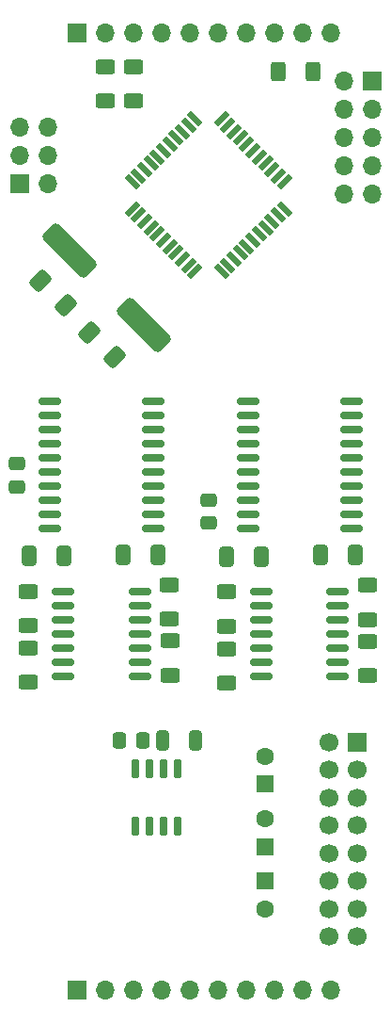
<source format=gbr>
%TF.GenerationSoftware,KiCad,Pcbnew,(6.0.6)*%
%TF.CreationDate,2022-11-26T15:19:53+01:00*%
%TF.ProjectId,vcer-midi-to-cv,76636572-2d6d-4696-9469-2d746f2d6376,rev?*%
%TF.SameCoordinates,Original*%
%TF.FileFunction,Soldermask,Top*%
%TF.FilePolarity,Negative*%
%FSLAX46Y46*%
G04 Gerber Fmt 4.6, Leading zero omitted, Abs format (unit mm)*
G04 Created by KiCad (PCBNEW (6.0.6)) date 2022-11-26 15:19:53*
%MOMM*%
%LPD*%
G01*
G04 APERTURE LIST*
G04 Aperture macros list*
%AMRoundRect*
0 Rectangle with rounded corners*
0 $1 Rounding radius*
0 $2 $3 $4 $5 $6 $7 $8 $9 X,Y pos of 4 corners*
0 Add a 4 corners polygon primitive as box body*
4,1,4,$2,$3,$4,$5,$6,$7,$8,$9,$2,$3,0*
0 Add four circle primitives for the rounded corners*
1,1,$1+$1,$2,$3*
1,1,$1+$1,$4,$5*
1,1,$1+$1,$6,$7*
1,1,$1+$1,$8,$9*
0 Add four rect primitives between the rounded corners*
20,1,$1+$1,$2,$3,$4,$5,0*
20,1,$1+$1,$4,$5,$6,$7,0*
20,1,$1+$1,$6,$7,$8,$9,0*
20,1,$1+$1,$8,$9,$2,$3,0*%
%AMRotRect*
0 Rectangle, with rotation*
0 The origin of the aperture is its center*
0 $1 length*
0 $2 width*
0 $3 Rotation angle, in degrees counterclockwise*
0 Add horizontal line*
21,1,$1,$2,0,0,$3*%
G04 Aperture macros list end*
%ADD10R,1.700000X1.700000*%
%ADD11C,1.700000*%
%ADD12O,1.700000X1.700000*%
%ADD13RoundRect,0.250000X0.475000X-0.337500X0.475000X0.337500X-0.475000X0.337500X-0.475000X-0.337500X0*%
%ADD14RoundRect,0.250000X0.412500X0.650000X-0.412500X0.650000X-0.412500X-0.650000X0.412500X-0.650000X0*%
%ADD15RoundRect,0.150000X0.875000X0.150000X-0.875000X0.150000X-0.875000X-0.150000X0.875000X-0.150000X0*%
%ADD16RoundRect,0.250000X-0.625000X0.400000X-0.625000X-0.400000X0.625000X-0.400000X0.625000X0.400000X0*%
%ADD17RoundRect,0.250000X0.625000X-0.400000X0.625000X0.400000X-0.625000X0.400000X-0.625000X-0.400000X0*%
%ADD18RoundRect,0.150000X0.837500X0.150000X-0.837500X0.150000X-0.837500X-0.150000X0.837500X-0.150000X0*%
%ADD19R,1.600000X1.600000*%
%ADD20C,1.600000*%
%ADD21RoundRect,0.250000X0.337500X0.475000X-0.337500X0.475000X-0.337500X-0.475000X0.337500X-0.475000X0*%
%ADD22RoundRect,0.250000X0.751301X0.167938X0.167938X0.751301X-0.751301X-0.167938X-0.167938X-0.751301X0*%
%ADD23RoundRect,0.250000X-0.751301X-0.167938X-0.167938X-0.751301X0.751301X0.167938X0.167938X0.751301X0*%
%ADD24RoundRect,0.250000X-0.475000X0.337500X-0.475000X-0.337500X0.475000X-0.337500X0.475000X0.337500X0*%
%ADD25RoundRect,0.500000X1.944544X-1.237437X-1.237437X1.944544X-1.944544X1.237437X1.237437X-1.944544X0*%
%ADD26RoundRect,0.250000X-0.400000X-0.625000X0.400000X-0.625000X0.400000X0.625000X-0.400000X0.625000X0*%
%ADD27RotRect,1.500000X0.550000X315.000000*%
%ADD28RotRect,1.500000X0.550000X45.000000*%
%ADD29RoundRect,0.150000X0.150000X-0.725000X0.150000X0.725000X-0.150000X0.725000X-0.150000X-0.725000X0*%
%ADD30RoundRect,0.250000X-0.325000X-0.650000X0.325000X-0.650000X0.325000X0.650000X-0.325000X0.650000X0*%
G04 APERTURE END LIST*
D10*
%TO.C,U1*%
X134220000Y-70700000D03*
D11*
X131720000Y-70700000D03*
X134220000Y-73200000D03*
X131720000Y-73200000D03*
X134220000Y-75700000D03*
X131720000Y-75700000D03*
X134220000Y-78200000D03*
X131720000Y-78200000D03*
X134220000Y-80700000D03*
X131720000Y-80700000D03*
X134220000Y-83200000D03*
X131720000Y-83200000D03*
X134220000Y-85700000D03*
X131720000Y-85700000D03*
X134220000Y-88200000D03*
X131720000Y-88200000D03*
%TD*%
D10*
%TO.C,J6*%
X135625000Y-11300000D03*
D12*
X133085000Y-11300000D03*
X135625000Y-13840000D03*
X133085000Y-13840000D03*
X135625000Y-16380000D03*
X133085000Y-16380000D03*
X135625000Y-18920000D03*
X133085000Y-18920000D03*
X135625000Y-21460000D03*
X133085000Y-21460000D03*
%TD*%
D10*
%TO.C,J5*%
X103850000Y-20525000D03*
D12*
X106390000Y-20525000D03*
X103850000Y-17985000D03*
X106390000Y-17985000D03*
X103850000Y-15445000D03*
X106390000Y-15445000D03*
%TD*%
D13*
%TO.C,C5*%
X103630000Y-47767500D03*
X103630000Y-45692500D03*
%TD*%
D14*
%TO.C,C15*%
X125625000Y-54010000D03*
X122500000Y-54010000D03*
%TD*%
D15*
%TO.C,U5*%
X133712500Y-51550000D03*
X133712500Y-50280000D03*
X133712500Y-49010000D03*
X133712500Y-47740000D03*
X133712500Y-46470000D03*
X133712500Y-45200000D03*
X133712500Y-43930000D03*
X133712500Y-42660000D03*
X133712500Y-41390000D03*
X133712500Y-40120000D03*
X124412500Y-40120000D03*
X124412500Y-41390000D03*
X124412500Y-42660000D03*
X124412500Y-43930000D03*
X124412500Y-45200000D03*
X124412500Y-46470000D03*
X124412500Y-47740000D03*
X124412500Y-49010000D03*
X124412500Y-50280000D03*
X124412500Y-51550000D03*
%TD*%
D14*
%TO.C,C20*%
X116272500Y-53867500D03*
X113147500Y-53867500D03*
%TD*%
D16*
%TO.C,R20*%
X104622500Y-62250000D03*
X104622500Y-65350000D03*
%TD*%
D17*
%TO.C,R17*%
X117360000Y-64692500D03*
X117360000Y-61592500D03*
%TD*%
%TO.C,R9*%
X135187500Y-64735000D03*
X135187500Y-61635000D03*
%TD*%
D18*
%TO.C,U10*%
X114665000Y-64760000D03*
X114665000Y-63490000D03*
X114665000Y-62220000D03*
X114665000Y-60950000D03*
X114665000Y-59680000D03*
X114665000Y-58410000D03*
X114665000Y-57140000D03*
X107740000Y-57140000D03*
X107740000Y-58410000D03*
X107740000Y-59680000D03*
X107740000Y-60950000D03*
X107740000Y-62220000D03*
X107740000Y-63490000D03*
X107740000Y-64760000D03*
%TD*%
D17*
%TO.C,R11*%
X135162500Y-59690000D03*
X135162500Y-56590000D03*
%TD*%
D19*
%TO.C,C11*%
X125940000Y-80085113D03*
D20*
X125940000Y-77585113D03*
%TD*%
D21*
%TO.C,C23*%
X114892444Y-70550000D03*
X112817444Y-70550000D03*
%TD*%
D16*
%TO.C,R12*%
X122462500Y-62310000D03*
X122462500Y-65410000D03*
%TD*%
D18*
%TO.C,U6*%
X132500000Y-64820000D03*
X132500000Y-63550000D03*
X132500000Y-62280000D03*
X132500000Y-61010000D03*
X132500000Y-59740000D03*
X132500000Y-58470000D03*
X132500000Y-57200000D03*
X125575000Y-57200000D03*
X125575000Y-58470000D03*
X125575000Y-59740000D03*
X125575000Y-61010000D03*
X125575000Y-62280000D03*
X125575000Y-63550000D03*
X125575000Y-64820000D03*
%TD*%
D22*
%TO.C,C1*%
X112354854Y-36129854D03*
X110145146Y-33920146D03*
%TD*%
D17*
%TO.C,R3*%
X114075000Y-13100000D03*
X114075000Y-10000000D03*
%TD*%
D23*
%TO.C,C2*%
X105745146Y-29245146D03*
X107954854Y-31454854D03*
%TD*%
D10*
%TO.C,J1*%
X109000000Y-7000000D03*
D12*
X111540000Y-7000000D03*
X114080000Y-7000000D03*
X116620000Y-7000000D03*
X119160000Y-7000000D03*
X121700000Y-7000000D03*
X124240000Y-7000000D03*
X126780000Y-7000000D03*
X129320000Y-7000000D03*
X131860000Y-7000000D03*
%TD*%
D24*
%TO.C,C21*%
X120880000Y-48952500D03*
X120880000Y-51027500D03*
%TD*%
D25*
%TO.C,Y1*%
X115058237Y-33243592D03*
X108340723Y-26526078D03*
%TD*%
D14*
%TO.C,C19*%
X107797500Y-53967500D03*
X104672500Y-53967500D03*
%TD*%
D17*
%TO.C,R19*%
X117342500Y-59650000D03*
X117342500Y-56550000D03*
%TD*%
D26*
%TO.C,R4*%
X127160000Y-10470000D03*
X130260000Y-10470000D03*
%TD*%
D10*
%TO.C,J2*%
X109000000Y-93000000D03*
D12*
X111540000Y-93000000D03*
X114080000Y-93000000D03*
X116620000Y-93000000D03*
X119160000Y-93000000D03*
X121700000Y-93000000D03*
X124240000Y-93000000D03*
X126780000Y-93000000D03*
X129320000Y-93000000D03*
X131860000Y-93000000D03*
%TD*%
D14*
%TO.C,C16*%
X134100000Y-53910000D03*
X130975000Y-53910000D03*
%TD*%
D27*
%TO.C,U2*%
X119622918Y-14716064D03*
X119057233Y-15281750D03*
X118491548Y-15847435D03*
X117925862Y-16413120D03*
X117360177Y-16978806D03*
X116794491Y-17544491D03*
X116228806Y-18110177D03*
X115663120Y-18675862D03*
X115097435Y-19241548D03*
X114531750Y-19807233D03*
X113966064Y-20372918D03*
D28*
X113966064Y-22777082D03*
X114531750Y-23342767D03*
X115097435Y-23908452D03*
X115663120Y-24474138D03*
X116228806Y-25039823D03*
X116794491Y-25605509D03*
X117360177Y-26171194D03*
X117925862Y-26736880D03*
X118491548Y-27302565D03*
X119057233Y-27868250D03*
X119622918Y-28433936D03*
D27*
X122027082Y-28433936D03*
X122592767Y-27868250D03*
X123158452Y-27302565D03*
X123724138Y-26736880D03*
X124289823Y-26171194D03*
X124855509Y-25605509D03*
X125421194Y-25039823D03*
X125986880Y-24474138D03*
X126552565Y-23908452D03*
X127118250Y-23342767D03*
X127683936Y-22777082D03*
D28*
X127683936Y-20372918D03*
X127118250Y-19807233D03*
X126552565Y-19241548D03*
X125986880Y-18675862D03*
X125421194Y-18110177D03*
X124855509Y-17544491D03*
X124289823Y-16978806D03*
X123724138Y-16413120D03*
X123158452Y-15847435D03*
X122592767Y-15281750D03*
X122027082Y-14716064D03*
%TD*%
D29*
%TO.C,U11*%
X114249944Y-78225000D03*
X115519944Y-78225000D03*
X116789944Y-78225000D03*
X118059944Y-78225000D03*
X118059944Y-73075000D03*
X116789944Y-73075000D03*
X115519944Y-73075000D03*
X114249944Y-73075000D03*
%TD*%
D19*
%TO.C,C10*%
X125962834Y-83204782D03*
D20*
X125962834Y-85704782D03*
%TD*%
D30*
%TO.C,C22*%
X116729944Y-70590000D03*
X119679944Y-70590000D03*
%TD*%
D19*
%TO.C,C12*%
X125940000Y-74475113D03*
D20*
X125940000Y-71975113D03*
%TD*%
D16*
%TO.C,R10*%
X122462500Y-57185000D03*
X122462500Y-60285000D03*
%TD*%
D17*
%TO.C,R2*%
X111550000Y-13100000D03*
X111550000Y-10000000D03*
%TD*%
D16*
%TO.C,R18*%
X104635000Y-57142500D03*
X104635000Y-60242500D03*
%TD*%
D15*
%TO.C,U9*%
X115872500Y-51505000D03*
X115872500Y-50235000D03*
X115872500Y-48965000D03*
X115872500Y-47695000D03*
X115872500Y-46425000D03*
X115872500Y-45155000D03*
X115872500Y-43885000D03*
X115872500Y-42615000D03*
X115872500Y-41345000D03*
X115872500Y-40075000D03*
X106572500Y-40075000D03*
X106572500Y-41345000D03*
X106572500Y-42615000D03*
X106572500Y-43885000D03*
X106572500Y-45155000D03*
X106572500Y-46425000D03*
X106572500Y-47695000D03*
X106572500Y-48965000D03*
X106572500Y-50235000D03*
X106572500Y-51505000D03*
%TD*%
M02*

</source>
